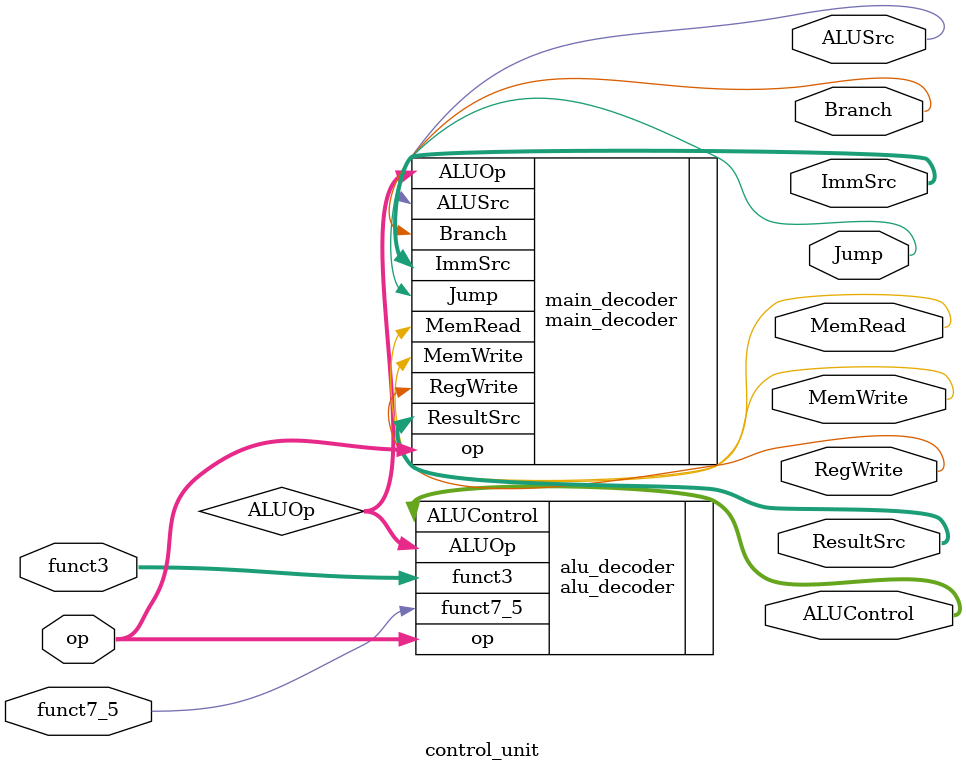
<source format=sv>
module control_unit #(
    parameter                         OP_WIDTH       = 7,
    parameter                         FUNCT3_WIDTH   = 3,
    parameter                         ALU_CTRL_WIDTH = 4,
    parameter                         IMM_SRC_WIDTH  = 3,
    parameter                         ALU_OP_WIDTH   = 3
) (
    input logic [OP_WIDTH-1:0]        op,
    input logic [FUNCT3_WIDTH-1:0]    funct3,
    input logic                       funct7_5,

    output logic [1:0]                ResultSrc,
    output logic                      MemWrite,
    output logic                      MemRead,
    output logic [ALU_CTRL_WIDTH-1:0] ALUControl,
    output logic                      ALUSrc,
    output logic [IMM_SRC_WIDTH-1:0]  ImmSrc,
    output logic                      RegWrite,
    output logic                      Jump,
    output logic                      Branch
);

    logic [ALU_OP_WIDTH-1:0]          ALUOp;

    main_decoder  #(
        .IMM_SRC_WIDTH  (IMM_SRC_WIDTH),
        .ALU_OP_WIDTH   (ALU_OP_WIDTH)
    ) 
    main_decoder (
        .op             (op),
        .Branch         (Branch),
        .ResultSrc      (ResultSrc),
        .MemWrite       (MemWrite),
        .MemRead        (MemRead),
        .ALUSrc         (ALUSrc),
        .ImmSrc         (ImmSrc),
        .RegWrite       (RegWrite),
        .ALUOp          (ALUOp),
        .Jump           (Jump)
    );

    alu_decoder #(
        .OP_WIDTH       (OP_WIDTH),
        .FUNCT3_WIDTH   (FUNCT3_WIDTH),
        .ALU_OP_WIDTH   (ALU_OP_WIDTH),
        .ALU_CTRL_WIDTH (ALU_CTRL_WIDTH)
    ) alu_decoder (
        .op             (op),
        .funct3         (funct3),
        .funct7_5       (funct7_5),
        .ALUOp          (ALUOp),
        .ALUControl     (ALUControl)
    );
  
endmodule

</source>
